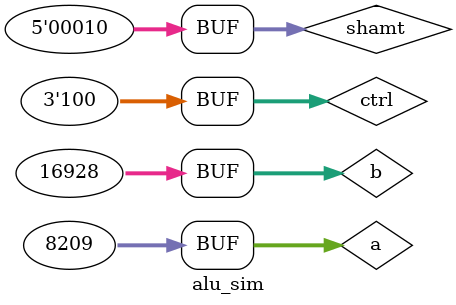
<source format=v>
`timescale 1ns / 1ps


module alu_sim;
//reg clk=0;
//always #5 clk <= ~clk;
    reg [2:0] ctrl;
    reg [31:0] a,b;
    reg [4:0] shamt=5'b00010;
//    wire [31:0] suibian;
//    wire k;
    wire [31:0] c;
    wire [31:0] d[6:4];
    
    
initial begin  
    a=32'b0010_0000_0001_0001;
    b=32'b0100_0010_0010_0000;
    ctrl=3'b000;
    #20
    ctrl=3'b100;
end
    
 shifter dut(.a(a),.b(shamt),.c1(d[5]),.c2(d[6]),.c3(d[4]));
    
//      mux shift(
//            .a(a), .b(b), .ctrl(ctrl),
//            .y(c)
//    );

//    prefix_adder jian(
//        .a(a), .b(b), .ctrl(ctrl[0]),
//        .s(c), .cout(k)
//);


//    assign suibian=32'b0000_0000_0000_0000;
    //test or
//    assign ctrl=3'b000;
//    mux huo(
//            .a(a), .b(b), .ctrl(ctrl),
//            .y(c)
//    );
    
    //test not
//    assign ctrl=3'b001;
//    mux fei(
//            .a(a), .b(suibian), .ctrl(ctrl),
//            .y(c)
//    );

    //test add

endmodule

</source>
